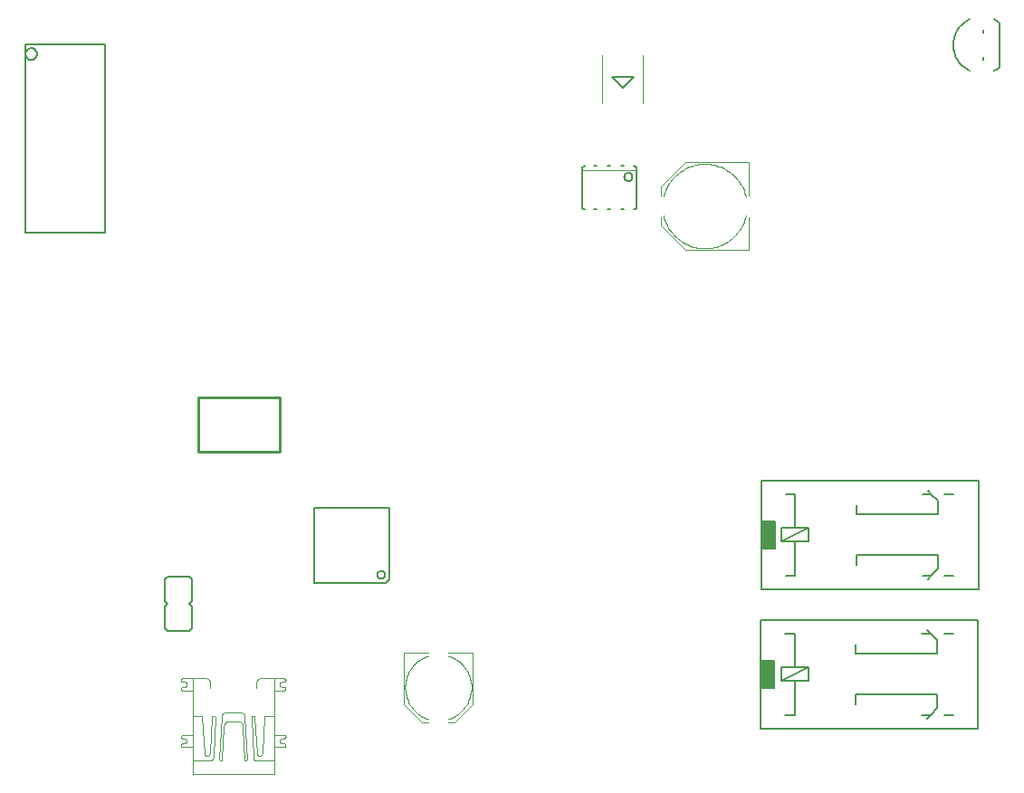
<source format=gto>
G75*
G70*
%OFA0B0*%
%FSLAX24Y24*%
%IPPOS*%
%LPD*%
%AMOC8*
5,1,8,0,0,1.08239X$1,22.5*
%
%ADD10C,0.0060*%
%ADD11C,0.0050*%
%ADD12C,0.0040*%
%ADD13R,0.0500X0.1000*%
%ADD14C,0.0100*%
%ADD15C,0.0020*%
%ADD16C,0.0080*%
D10*
X009262Y005476D02*
X009362Y005376D01*
X010162Y005376D01*
X010262Y005476D01*
X010262Y006276D01*
X010162Y006376D01*
X010262Y006476D01*
X010262Y007276D01*
X010162Y007376D01*
X009362Y007376D01*
X009262Y007276D01*
X009262Y006476D01*
X009362Y006376D01*
X009262Y006276D01*
X009262Y005476D01*
X014756Y007152D02*
X014756Y009912D01*
X017516Y009912D01*
X017516Y007292D01*
X017376Y007152D01*
X014756Y007152D01*
X017075Y007452D02*
X017077Y007475D01*
X017083Y007498D01*
X017092Y007519D01*
X017105Y007539D01*
X017121Y007556D01*
X017139Y007570D01*
X017159Y007581D01*
X017181Y007589D01*
X017204Y007593D01*
X017228Y007593D01*
X017251Y007589D01*
X017273Y007581D01*
X017293Y007570D01*
X017311Y007556D01*
X017327Y007539D01*
X017340Y007519D01*
X017349Y007498D01*
X017355Y007475D01*
X017357Y007452D01*
X017355Y007429D01*
X017349Y007406D01*
X017340Y007385D01*
X017327Y007365D01*
X017311Y007348D01*
X017293Y007334D01*
X017273Y007323D01*
X017251Y007315D01*
X017228Y007311D01*
X017204Y007311D01*
X017181Y007315D01*
X017159Y007323D01*
X017139Y007334D01*
X017121Y007348D01*
X017105Y007365D01*
X017092Y007385D01*
X017083Y007406D01*
X017077Y007429D01*
X017075Y007452D01*
X031207Y006918D02*
X031207Y008418D01*
X031707Y008418D01*
X031707Y009418D01*
X031207Y009418D01*
X031207Y008418D01*
X031957Y008668D02*
X031957Y009168D01*
X032457Y009168D01*
X032957Y009168D01*
X031957Y008668D01*
X032457Y008668D01*
X032957Y008668D01*
X032957Y009168D01*
X032457Y009168D02*
X032457Y010418D01*
X032107Y010418D01*
X031207Y010918D02*
X031207Y009418D01*
X032457Y008668D02*
X032457Y007418D01*
X032107Y007418D01*
X031207Y006918D02*
X039207Y006918D01*
X039207Y010918D01*
X031207Y010918D01*
X034707Y010018D02*
X034707Y009668D01*
X037707Y009668D01*
X037707Y010168D01*
X037457Y010418D01*
X037337Y010548D01*
X037457Y010418D02*
X037137Y010418D01*
X037957Y010418D02*
X038287Y010418D01*
X037707Y008168D02*
X037707Y007668D01*
X037457Y007418D01*
X037337Y007288D01*
X037457Y007418D02*
X037137Y007418D01*
X037957Y007418D02*
X038287Y007418D01*
X037707Y008168D02*
X034707Y008168D01*
X034707Y007818D01*
X037329Y005418D02*
X037449Y005288D01*
X037129Y005288D01*
X037449Y005288D02*
X037699Y005038D01*
X037699Y004538D01*
X034699Y004538D01*
X034699Y004888D01*
X032949Y004038D02*
X032949Y003538D01*
X032449Y003538D01*
X032449Y002288D01*
X032099Y002288D01*
X031199Y001788D02*
X031199Y003288D01*
X031699Y003288D01*
X031699Y004288D01*
X031199Y004288D01*
X031199Y003288D01*
X031949Y003538D02*
X031949Y004038D01*
X032449Y004038D01*
X032949Y004038D01*
X031949Y003538D01*
X032449Y003538D01*
X032449Y004038D02*
X032449Y005288D01*
X032099Y005288D01*
X031199Y005788D02*
X031199Y004288D01*
X031199Y005788D02*
X039199Y005788D01*
X039199Y001788D01*
X031199Y001788D01*
X034699Y002688D02*
X034699Y003038D01*
X037699Y003038D01*
X037699Y002538D01*
X037449Y002288D01*
X037329Y002158D01*
X037449Y002288D02*
X037129Y002288D01*
X037949Y002288D02*
X038279Y002288D01*
X038279Y005288D02*
X037949Y005288D01*
X026164Y020902D02*
X026064Y020902D01*
X025664Y020902D02*
X025564Y020902D01*
X025164Y020902D02*
X025064Y020902D01*
X024714Y020902D02*
X024697Y020904D01*
X024680Y020908D01*
X024664Y020915D01*
X024650Y020925D01*
X024637Y020938D01*
X024627Y020952D01*
X024620Y020968D01*
X024616Y020985D01*
X024614Y021002D01*
X024614Y022402D01*
X024616Y022419D01*
X024620Y022436D01*
X024627Y022452D01*
X024637Y022466D01*
X024650Y022479D01*
X024664Y022489D01*
X024680Y022496D01*
X024697Y022500D01*
X024714Y022502D01*
X025064Y022502D02*
X025164Y022502D01*
X025564Y022502D02*
X025664Y022502D01*
X026064Y022502D02*
X026164Y022502D01*
X026514Y022502D02*
X026531Y022500D01*
X026548Y022496D01*
X026564Y022489D01*
X026578Y022479D01*
X026591Y022466D01*
X026601Y022452D01*
X026608Y022436D01*
X026612Y022419D01*
X026614Y022402D01*
X026614Y021002D01*
X026612Y020985D01*
X026608Y020968D01*
X026601Y020952D01*
X026591Y020938D01*
X026578Y020925D01*
X026564Y020915D01*
X026548Y020908D01*
X026531Y020904D01*
X026514Y020902D01*
X026164Y022102D02*
X026166Y022126D01*
X026172Y022150D01*
X026181Y022172D01*
X026194Y022192D01*
X026210Y022210D01*
X026229Y022225D01*
X026250Y022238D01*
X026272Y022246D01*
X026296Y022251D01*
X026320Y022252D01*
X026344Y022249D01*
X026367Y022242D01*
X026389Y022232D01*
X026409Y022218D01*
X026426Y022201D01*
X026441Y022182D01*
X026452Y022161D01*
X026460Y022138D01*
X026464Y022114D01*
X026464Y022090D01*
X026460Y022066D01*
X026452Y022043D01*
X026441Y022022D01*
X026426Y022003D01*
X026409Y021986D01*
X026389Y021972D01*
X026367Y021962D01*
X026344Y021955D01*
X026320Y021952D01*
X026296Y021953D01*
X026272Y021958D01*
X026250Y021966D01*
X026229Y021979D01*
X026210Y021994D01*
X026194Y022012D01*
X026181Y022032D01*
X026172Y022054D01*
X026166Y022078D01*
X026164Y022102D01*
X007035Y020046D02*
X007035Y026996D01*
X004111Y026996D01*
X004111Y020046D01*
X007035Y020046D01*
X004123Y026626D02*
X004125Y026655D01*
X004131Y026683D01*
X004140Y026710D01*
X004154Y026735D01*
X004170Y026759D01*
X004190Y026779D01*
X004212Y026798D01*
X004236Y026812D01*
X004263Y026824D01*
X004290Y026832D01*
X004319Y026836D01*
X004347Y026836D01*
X004376Y026832D01*
X004403Y026824D01*
X004430Y026812D01*
X004454Y026798D01*
X004476Y026779D01*
X004496Y026759D01*
X004512Y026735D01*
X004526Y026710D01*
X004535Y026683D01*
X004541Y026655D01*
X004543Y026626D01*
X004541Y026597D01*
X004535Y026569D01*
X004526Y026542D01*
X004512Y026517D01*
X004496Y026493D01*
X004476Y026473D01*
X004454Y026454D01*
X004430Y026440D01*
X004403Y026428D01*
X004376Y026420D01*
X004347Y026416D01*
X004319Y026416D01*
X004290Y026420D01*
X004263Y026428D01*
X004236Y026440D01*
X004212Y026454D01*
X004190Y026473D01*
X004170Y026493D01*
X004154Y026517D01*
X004140Y026542D01*
X004131Y026569D01*
X004125Y026597D01*
X004123Y026626D01*
D11*
X039768Y027910D02*
X039824Y027883D01*
X039878Y027852D01*
X039930Y027818D01*
X039980Y027781D01*
X039980Y026131D01*
X039380Y026403D02*
X039380Y026509D01*
X039777Y026006D02*
X039831Y026033D01*
X039882Y026063D01*
X039932Y026096D01*
X039980Y026131D01*
X038883Y026006D02*
X038826Y026035D01*
X038770Y026068D01*
X038717Y026103D01*
X038666Y026143D01*
X038618Y026185D01*
X038572Y026230D01*
X038529Y026277D01*
X038489Y026327D01*
X038452Y026380D01*
X038419Y026435D01*
X038388Y026491D01*
X038362Y026550D01*
X038339Y026610D01*
X038319Y026671D01*
X038304Y026733D01*
X038292Y026796D01*
X038284Y026860D01*
X038280Y026924D01*
X038280Y026988D01*
X038284Y027052D01*
X038292Y027116D01*
X038304Y027179D01*
X038319Y027241D01*
X038339Y027302D01*
X038362Y027362D01*
X038388Y027421D01*
X038419Y027477D01*
X038452Y027532D01*
X038489Y027585D01*
X038529Y027635D01*
X038572Y027682D01*
X038618Y027727D01*
X038666Y027769D01*
X038717Y027809D01*
X038770Y027844D01*
X038826Y027877D01*
X038883Y027906D01*
X039380Y027509D02*
X039380Y027403D01*
D12*
X030738Y022636D02*
X030738Y021416D01*
X030738Y020628D02*
X030738Y019408D01*
X028416Y019408D01*
X027510Y020313D01*
X027510Y020628D01*
X027510Y021416D02*
X027510Y021731D01*
X028416Y022636D01*
X030738Y022636D01*
X030640Y021376D02*
X030620Y021453D01*
X030597Y021528D01*
X030569Y021602D01*
X030538Y021674D01*
X030503Y021745D01*
X030465Y021814D01*
X030423Y021880D01*
X030378Y021945D01*
X030330Y022007D01*
X030278Y022067D01*
X030224Y022124D01*
X030167Y022178D01*
X030107Y022230D01*
X030045Y022278D01*
X029980Y022323D01*
X029913Y022364D01*
X029844Y022402D01*
X029773Y022437D01*
X029701Y022468D01*
X029627Y022496D01*
X029552Y022519D01*
X029476Y022539D01*
X029398Y022555D01*
X029320Y022567D01*
X029242Y022575D01*
X029163Y022579D01*
X029085Y022579D01*
X029006Y022575D01*
X028928Y022567D01*
X028850Y022555D01*
X028772Y022539D01*
X028696Y022519D01*
X028621Y022496D01*
X028547Y022468D01*
X028475Y022437D01*
X028404Y022402D01*
X028335Y022364D01*
X028268Y022323D01*
X028203Y022278D01*
X028141Y022230D01*
X028081Y022178D01*
X028024Y022124D01*
X027970Y022067D01*
X027918Y022007D01*
X027870Y021945D01*
X027825Y021880D01*
X027783Y021814D01*
X027745Y021745D01*
X027710Y021674D01*
X027679Y021602D01*
X027651Y021528D01*
X027628Y021453D01*
X027608Y021376D01*
X027608Y020668D02*
X027628Y020591D01*
X027651Y020516D01*
X027679Y020442D01*
X027710Y020370D01*
X027745Y020299D01*
X027783Y020230D01*
X027825Y020164D01*
X027870Y020099D01*
X027918Y020037D01*
X027970Y019977D01*
X028024Y019920D01*
X028081Y019866D01*
X028141Y019814D01*
X028203Y019766D01*
X028268Y019721D01*
X028335Y019680D01*
X028404Y019642D01*
X028475Y019607D01*
X028547Y019576D01*
X028621Y019548D01*
X028696Y019525D01*
X028772Y019505D01*
X028850Y019489D01*
X028928Y019477D01*
X029006Y019469D01*
X029085Y019465D01*
X029163Y019465D01*
X029242Y019469D01*
X029320Y019477D01*
X029398Y019489D01*
X029476Y019505D01*
X029552Y019525D01*
X029627Y019548D01*
X029701Y019576D01*
X029773Y019607D01*
X029844Y019642D01*
X029913Y019680D01*
X029980Y019721D01*
X030045Y019766D01*
X030107Y019814D01*
X030167Y019866D01*
X030224Y019920D01*
X030278Y019977D01*
X030330Y020037D01*
X030378Y020099D01*
X030423Y020164D01*
X030465Y020230D01*
X030503Y020299D01*
X030538Y020370D01*
X030569Y020442D01*
X030597Y020516D01*
X030620Y020591D01*
X030640Y020668D01*
X026864Y024812D02*
X026864Y026592D01*
X025364Y026592D02*
X025364Y024812D01*
X020597Y004581D02*
X019691Y004581D01*
X018943Y004581D02*
X018038Y004581D01*
X018038Y002691D01*
X018707Y002022D01*
X018943Y002022D01*
X019691Y002022D02*
X019927Y002022D01*
X020597Y002691D01*
X020597Y004581D01*
X018943Y004463D02*
X018879Y004441D01*
X018816Y004414D01*
X018754Y004384D01*
X018695Y004351D01*
X018637Y004315D01*
X018581Y004275D01*
X018528Y004232D01*
X018477Y004187D01*
X018429Y004139D01*
X018384Y004088D01*
X018341Y004034D01*
X018302Y003978D01*
X018265Y003921D01*
X018232Y003861D01*
X018203Y003799D01*
X018177Y003736D01*
X018154Y003672D01*
X018135Y003606D01*
X018120Y003539D01*
X018109Y003472D01*
X018101Y003404D01*
X018097Y003336D01*
X018097Y003268D01*
X018101Y003200D01*
X018109Y003132D01*
X018120Y003065D01*
X018135Y002998D01*
X018154Y002932D01*
X018177Y002868D01*
X018203Y002805D01*
X018232Y002743D01*
X018265Y002683D01*
X018302Y002626D01*
X018341Y002570D01*
X018384Y002516D01*
X018429Y002465D01*
X018477Y002417D01*
X018528Y002372D01*
X018581Y002329D01*
X018637Y002289D01*
X018695Y002253D01*
X018754Y002220D01*
X018816Y002190D01*
X018879Y002163D01*
X018943Y002141D01*
X019691Y002141D02*
X019755Y002163D01*
X019818Y002190D01*
X019880Y002220D01*
X019939Y002253D01*
X019997Y002289D01*
X020053Y002329D01*
X020106Y002372D01*
X020157Y002417D01*
X020205Y002465D01*
X020250Y002516D01*
X020293Y002570D01*
X020332Y002626D01*
X020369Y002683D01*
X020402Y002743D01*
X020431Y002805D01*
X020457Y002868D01*
X020480Y002932D01*
X020499Y002998D01*
X020514Y003065D01*
X020525Y003132D01*
X020533Y003200D01*
X020537Y003268D01*
X020537Y003336D01*
X020533Y003404D01*
X020525Y003472D01*
X020514Y003539D01*
X020499Y003606D01*
X020480Y003672D01*
X020457Y003736D01*
X020431Y003799D01*
X020402Y003861D01*
X020369Y003921D01*
X020332Y003978D01*
X020293Y004034D01*
X020250Y004088D01*
X020205Y004139D01*
X020157Y004187D01*
X020106Y004232D01*
X020053Y004275D01*
X019997Y004315D01*
X019939Y004351D01*
X019880Y004384D01*
X019818Y004414D01*
X019755Y004441D01*
X019691Y004463D01*
X013699Y003574D02*
X013699Y003574D01*
X013700Y003575D02*
X013699Y003588D01*
X013694Y003601D01*
X013687Y003613D01*
X013677Y003623D01*
X013665Y003630D01*
X013652Y003635D01*
X013639Y003636D01*
X013638Y003635D02*
X013269Y003635D01*
X013269Y001554D01*
X013638Y001554D01*
X013639Y001555D02*
X013652Y001554D01*
X013665Y001549D01*
X013677Y001542D01*
X013687Y001532D01*
X013694Y001520D01*
X013699Y001507D01*
X013700Y001494D01*
X013699Y001494D02*
X013699Y001494D01*
X013697Y001479D01*
X013692Y001465D01*
X013685Y001453D01*
X013674Y001442D01*
X013662Y001435D01*
X013648Y001430D01*
X013633Y001428D01*
X013633Y001427D02*
X013572Y001427D01*
X013555Y001425D01*
X013538Y001420D01*
X013523Y001412D01*
X013510Y001401D01*
X013499Y001388D01*
X013491Y001373D01*
X013486Y001356D01*
X013484Y001339D01*
X013484Y001328D01*
X013486Y001311D01*
X013491Y001294D01*
X013499Y001279D01*
X013510Y001266D01*
X013523Y001255D01*
X013538Y001247D01*
X013555Y001242D01*
X013572Y001240D01*
X013638Y001240D01*
X013652Y001238D01*
X013664Y001234D01*
X013676Y001227D01*
X013686Y001217D01*
X013693Y001205D01*
X013697Y001193D01*
X013699Y001179D01*
X013697Y001164D01*
X013692Y001150D01*
X013685Y001138D01*
X013674Y001127D01*
X013662Y001120D01*
X013648Y001115D01*
X013633Y001113D01*
X013291Y001113D01*
X013269Y001554D02*
X013269Y000130D01*
X010272Y000130D01*
X010272Y003635D01*
X010768Y003635D01*
X010790Y003633D01*
X010812Y003628D01*
X010833Y003619D01*
X010852Y003608D01*
X010869Y003593D01*
X010884Y003576D01*
X010895Y003557D01*
X010904Y003536D01*
X010909Y003514D01*
X010911Y003492D01*
X010912Y003492D02*
X010912Y003282D01*
X010272Y003194D02*
X009902Y003194D01*
X009902Y003193D02*
X009889Y003195D01*
X009876Y003199D01*
X009864Y003206D01*
X009854Y003216D01*
X009847Y003228D01*
X009842Y003241D01*
X009841Y003254D01*
X009841Y003254D01*
X009843Y003269D01*
X009848Y003283D01*
X009855Y003295D01*
X009866Y003306D01*
X009878Y003313D01*
X009892Y003318D01*
X009907Y003320D01*
X009907Y003321D02*
X009968Y003321D01*
X009985Y003323D01*
X010002Y003328D01*
X010017Y003336D01*
X010030Y003347D01*
X010041Y003360D01*
X010049Y003375D01*
X010054Y003392D01*
X010056Y003409D01*
X010056Y003420D01*
X010054Y003437D01*
X010049Y003454D01*
X010041Y003469D01*
X010030Y003482D01*
X010017Y003493D01*
X010002Y003501D01*
X009985Y003506D01*
X009968Y003508D01*
X009902Y003508D01*
X009888Y003510D01*
X009876Y003514D01*
X009864Y003521D01*
X009854Y003531D01*
X009847Y003543D01*
X009843Y003555D01*
X009841Y003569D01*
X009843Y003584D01*
X009848Y003598D01*
X009855Y003610D01*
X009866Y003621D01*
X009878Y003628D01*
X009892Y003633D01*
X009907Y003635D01*
X010277Y003635D01*
X010294Y002261D02*
X010570Y002261D01*
X010582Y002260D01*
X010593Y002256D01*
X010603Y002249D01*
X010611Y002240D01*
X010617Y002229D01*
X010619Y002217D01*
X010708Y000875D01*
X010707Y000875D02*
X010709Y000857D01*
X010714Y000839D01*
X010723Y000823D01*
X010735Y000808D01*
X010749Y000796D01*
X010765Y000787D01*
X010783Y000781D01*
X010801Y000779D01*
X010820Y000780D01*
X010838Y000785D01*
X010854Y000793D01*
X010869Y000804D01*
X010882Y000818D01*
X010891Y000834D01*
X010898Y000851D01*
X010901Y000870D01*
X010989Y002206D01*
X010991Y002220D01*
X010997Y002232D01*
X011006Y002244D01*
X011016Y002252D01*
X011029Y002258D01*
X011043Y002261D01*
X011057Y002260D01*
X011070Y002256D01*
X011082Y002249D01*
X011092Y002239D01*
X011100Y002228D01*
X011104Y002214D01*
X011105Y002200D01*
X011039Y000754D01*
X011039Y000737D01*
X011037Y000715D01*
X011032Y000694D01*
X011024Y000674D01*
X011013Y000656D01*
X010999Y000639D01*
X010982Y000625D01*
X010964Y000614D01*
X010944Y000606D01*
X010923Y000601D01*
X010901Y000599D01*
X010294Y000599D01*
X010272Y001113D02*
X009902Y001113D01*
X009902Y001112D02*
X009889Y001113D01*
X009876Y001118D01*
X009864Y001125D01*
X009854Y001135D01*
X009847Y001147D01*
X009842Y001160D01*
X009841Y001173D01*
X009841Y001174D02*
X009841Y001174D01*
X009843Y001189D01*
X009848Y001203D01*
X009855Y001215D01*
X009866Y001226D01*
X009878Y001233D01*
X009892Y001238D01*
X009907Y001240D01*
X009968Y001240D01*
X009985Y001242D01*
X010002Y001247D01*
X010017Y001255D01*
X010030Y001266D01*
X010041Y001279D01*
X010049Y001294D01*
X010054Y001311D01*
X010056Y001328D01*
X010056Y001339D01*
X010054Y001356D01*
X010049Y001373D01*
X010041Y001388D01*
X010030Y001401D01*
X010017Y001412D01*
X010002Y001420D01*
X009985Y001425D01*
X009968Y001427D01*
X009902Y001427D01*
X009888Y001429D01*
X009876Y001433D01*
X009864Y001440D01*
X009854Y001450D01*
X009847Y001462D01*
X009843Y001474D01*
X009841Y001488D01*
X009843Y001503D01*
X009848Y001517D01*
X009855Y001529D01*
X009866Y001540D01*
X009878Y001547D01*
X009892Y001552D01*
X009907Y001554D01*
X010249Y001554D01*
X011431Y001880D02*
X011364Y000655D01*
X011365Y000654D02*
X011362Y000641D01*
X011356Y000628D01*
X011347Y000618D01*
X011336Y000610D01*
X011323Y000605D01*
X011309Y000604D01*
X011296Y000607D01*
X011283Y000613D01*
X011273Y000622D01*
X011265Y000633D01*
X011260Y000646D01*
X011259Y000660D01*
X011342Y002244D01*
X011344Y002265D01*
X011349Y002285D01*
X011357Y002304D01*
X011367Y002322D01*
X011381Y002338D01*
X011397Y002352D01*
X011415Y002362D01*
X011434Y002370D01*
X011454Y002375D01*
X011475Y002377D01*
X012054Y002377D01*
X012077Y002375D01*
X012098Y002370D01*
X012119Y002361D01*
X012139Y002349D01*
X012156Y002335D01*
X012170Y002318D01*
X012182Y002298D01*
X012191Y002277D01*
X012196Y002256D01*
X012198Y002233D01*
X012281Y000660D01*
X012280Y000660D02*
X012278Y000647D01*
X012272Y000634D01*
X012263Y000623D01*
X012252Y000615D01*
X012239Y000610D01*
X012225Y000608D01*
X012211Y000610D01*
X012198Y000615D01*
X012187Y000623D01*
X012178Y000634D01*
X012172Y000647D01*
X012170Y000660D01*
X012115Y001858D01*
X012115Y001885D01*
X012113Y001909D01*
X012108Y001932D01*
X012100Y001954D01*
X012089Y001975D01*
X012074Y001994D01*
X012058Y002010D01*
X012039Y002025D01*
X012018Y002036D01*
X011996Y002044D01*
X011973Y002049D01*
X011949Y002051D01*
X011602Y002051D01*
X011578Y002049D01*
X011554Y002044D01*
X011531Y002036D01*
X011510Y002024D01*
X011490Y002009D01*
X011473Y001992D01*
X011458Y001972D01*
X011446Y001951D01*
X011438Y001928D01*
X011433Y001904D01*
X011431Y001880D01*
X012435Y002200D02*
X012501Y000754D01*
X012501Y000738D01*
X012503Y000716D01*
X012508Y000695D01*
X012516Y000675D01*
X012527Y000657D01*
X012541Y000640D01*
X012558Y000626D01*
X012576Y000615D01*
X012596Y000607D01*
X012617Y000602D01*
X012639Y000600D01*
X013246Y000600D01*
X012833Y000875D02*
X012921Y002217D01*
X012923Y002229D01*
X012929Y002240D01*
X012937Y002249D01*
X012947Y002256D01*
X012958Y002260D01*
X012970Y002261D01*
X013246Y002261D01*
X012551Y002206D02*
X012639Y000870D01*
X012642Y000851D01*
X012649Y000834D01*
X012658Y000818D01*
X012671Y000804D01*
X012686Y000793D01*
X012702Y000785D01*
X012720Y000780D01*
X012739Y000779D01*
X012757Y000781D01*
X012775Y000787D01*
X012791Y000796D01*
X012805Y000808D01*
X012817Y000823D01*
X012826Y000839D01*
X012831Y000857D01*
X012833Y000875D01*
X012551Y002206D02*
X012549Y002220D01*
X012543Y002232D01*
X012534Y002244D01*
X012524Y002252D01*
X012511Y002258D01*
X012497Y002261D01*
X012483Y002260D01*
X012470Y002256D01*
X012458Y002249D01*
X012448Y002239D01*
X012440Y002228D01*
X012436Y002214D01*
X012435Y002200D01*
X012628Y003265D02*
X012628Y003497D01*
X012630Y003519D01*
X012635Y003540D01*
X012643Y003560D01*
X012654Y003578D01*
X012668Y003595D01*
X012685Y003609D01*
X012703Y003620D01*
X012723Y003628D01*
X012744Y003633D01*
X012766Y003635D01*
X013269Y003635D01*
X013484Y003420D02*
X013484Y003409D01*
X013486Y003392D01*
X013491Y003375D01*
X013499Y003360D01*
X013510Y003347D01*
X013523Y003336D01*
X013538Y003328D01*
X013555Y003323D01*
X013572Y003321D01*
X013572Y003320D02*
X013638Y003320D01*
X013638Y003321D02*
X013652Y003319D01*
X013664Y003315D01*
X013676Y003308D01*
X013686Y003298D01*
X013693Y003286D01*
X013697Y003274D01*
X013699Y003260D01*
X013697Y003245D01*
X013692Y003231D01*
X013685Y003219D01*
X013674Y003208D01*
X013662Y003201D01*
X013648Y003196D01*
X013633Y003194D01*
X013291Y003194D01*
X013484Y003420D02*
X013486Y003437D01*
X013491Y003454D01*
X013499Y003469D01*
X013510Y003482D01*
X013523Y003493D01*
X013538Y003501D01*
X013555Y003506D01*
X013572Y003508D01*
X013633Y003508D01*
X013648Y003510D01*
X013662Y003515D01*
X013674Y003522D01*
X013685Y003533D01*
X013692Y003545D01*
X013697Y003559D01*
X013699Y003574D01*
D13*
X031449Y003788D03*
X031457Y008918D03*
D14*
X013483Y011981D02*
X013483Y013981D01*
X010483Y013981D01*
X010483Y011981D01*
X013483Y011981D01*
D15*
X024614Y022332D02*
X026614Y022332D01*
D16*
X026114Y025375D02*
X026508Y025778D01*
X025720Y025778D01*
X026114Y025375D01*
M02*

</source>
